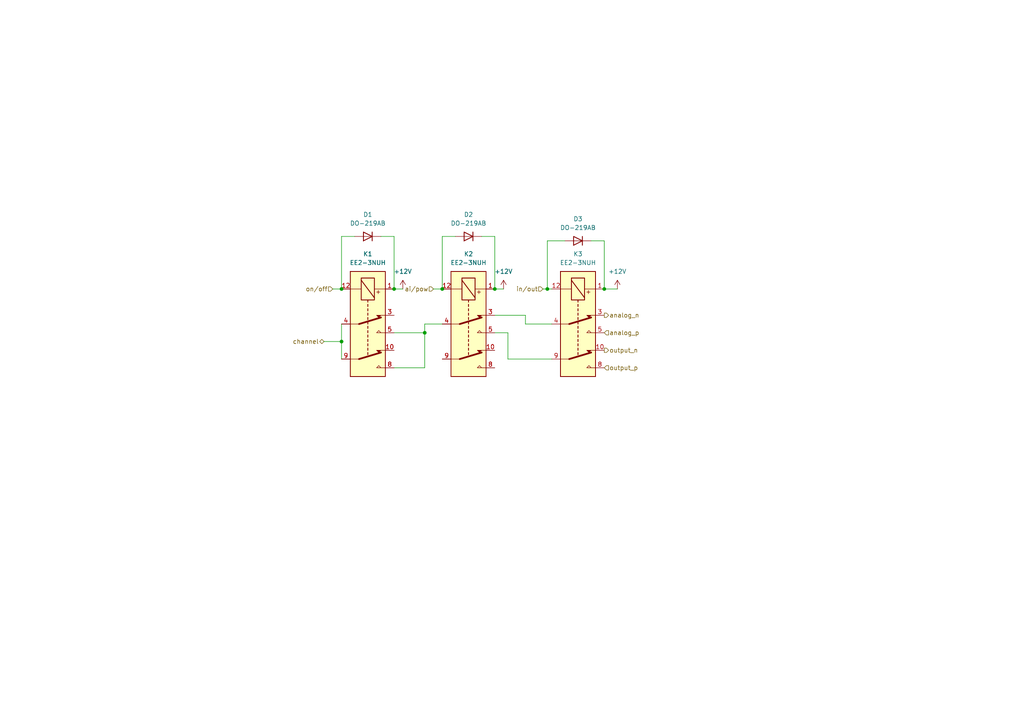
<source format=kicad_sch>
(kicad_sch (version 20211123) (generator eeschema)
  (paper "A4")
  (lib_symbols
    (symbol "Diode:SM4005" (pin_numbers hide) (pin_names (offset 1.016) hide)
      (property "Reference" "D" (at 0 2.54 0))
      (property "Value" "SM4005" (at 0 -2.54 0))
      (symbol "SM4005_0_1"
        (polyline (pts (xy -1.27 1.27) (xy -1.27 -1.27)) (stroke (width 0.254)))
        (polyline (pts (xy 1.27 0) (xy -1.27 0)))
        (polyline (pts (xy 1.27 1.27) (xy 1.27 -1.27) (xy -1.27 0) (xy 1.27 1.27)) (stroke (width 0.254)))
      )
      (symbol "SM4005_1_1"
        (pin passive line (at -3.81 0 0) (length 2.54) (name "K") (number "1"))
        (pin passive line (at 3.81 0 180) (length 2.54) (name "A") (number "2"))
      )
    )
    (symbol "Relay:EE2-3NU"
      (property "Reference" "K" (at 15.24 8.89 0))
      (property "Value" "EE2-3NU" (at 19.05 6.35 0))
      (symbol "EE2-3NU_1_1"
        (rectangle (start -15.24 5.08) (end 15.24 -5.08) (stroke (width 0.254)) (fill (type background)))
        (rectangle (start -13.335 1.905) (end -6.985 -1.905) (stroke (width 0.254)))
        (polyline (pts (xy -12.7 -1.905) (xy -7.62 1.905)) (stroke (width 0.254)))
        (polyline (pts (xy -10.16 -5.08) (xy -10.16 -1.905)))
        (polyline (pts (xy -10.16 5.08) (xy -10.16 1.905)))
        (polyline (pts (xy -6.985 0) (xy -6.35 0)) (stroke (width 0.254)))
        (polyline (pts (xy -5.715 0) (xy -5.08 0)) (stroke (width 0.254)))
        (polyline (pts (xy -4.445 0) (xy -3.81 0)) (stroke (width 0.254)))
        (polyline (pts (xy -3.175 0) (xy -2.54 0)) (stroke (width 0.254)))
        (polyline (pts (xy -1.905 0) (xy -1.27 0)) (stroke (width 0.254)))
        (polyline (pts (xy -0.635 0) (xy 0 0)) (stroke (width 0.254)))
        (polyline (pts (xy 0 -2.54) (xy -1.905 3.81)) (stroke (width 0.508)))
        (polyline (pts (xy 0 -2.54) (xy 0 -5.08)))
        (polyline (pts (xy 0.635 0) (xy 1.27 0)) (stroke (width 0.254)))
        (polyline (pts (xy 1.905 0) (xy 2.54 0)) (stroke (width 0.254)))
        (polyline (pts (xy 3.175 0) (xy 3.81 0)) (stroke (width 0.254)))
        (polyline (pts (xy 4.445 0) (xy 5.08 0)) (stroke (width 0.254)))
        (polyline (pts (xy 5.715 0) (xy 6.35 0)) (stroke (width 0.254)))
        (polyline (pts (xy 6.985 0) (xy 7.62 0)) (stroke (width 0.254)))
        (polyline (pts (xy 8.255 0) (xy 8.89 0)) (stroke (width 0.254)))
        (polyline (pts (xy 10.16 -2.54) (xy 8.255 3.81)) (stroke (width 0.508)))
        (polyline (pts (xy 10.16 -2.54) (xy 10.16 -5.08)))
        (polyline (pts (xy -2.54 5.08) (xy -2.54 2.54) (xy -1.905 3.175) (xy -2.54 3.81)) (fill (type outline)))
        (polyline (pts (xy 2.54 5.08) (xy 2.54 2.54) (xy 1.905 3.175) (xy 2.54 3.81)))
        (polyline (pts (xy 7.62 5.08) (xy 7.62 2.54) (xy 8.255 3.175) (xy 7.62 3.81)) (fill (type outline)))
        (polyline (pts (xy 12.7 5.08) (xy 12.7 2.54) (xy 12.065 3.175) (xy 12.7 3.81)))
        (text "+" (at -9.271 2.921 0) (effects (font (size 1.27 1.27))))
        (pin passive line (at -10.16 7.62 270) (length 2.54) (name "~") (number "1"))
        (pin passive line (at 7.62 7.62 270) (length 2.54) (name "~") (number "10"))
        (pin passive line (at -10.16 -7.62 90) (length 2.54) (name "~") (number "12"))
        (pin passive line (at -2.54 7.62 270) (length 2.54) (name "~") (number "3"))
        (pin passive line (at 0 -7.62 90) (length 2.54) (name "~") (number "4"))
        (pin passive line (at 2.54 7.62 270) (length 2.54) (name "~") (number "5"))
        (pin passive line (at 12.7 7.62 270) (length 2.54) (name "~") (number "8"))
        (pin passive line (at 10.16 -7.62 90) (length 2.54) (name "~") (number "9"))
      )
    )
    (symbol "power:+12V" (power) (pin_names (offset 0))
      (property "Value" "+12V" (at 0 3.556 0))
      (symbol "+12V_0_1"
        (polyline (pts (xy -0.762 1.27) (xy 0 2.54)))
        (polyline (pts (xy 0 0) (xy 0 2.54)))
        (polyline (pts (xy 0 2.54) (xy 0.762 1.27)))
      )
      (symbol "+12V_1_1"
        (pin power_in line (at 0 0 90) (length 0) hide (name "+12V") (number "1"))
      )
    )
  )
  (junction (at 143.51 83.82))
  (junction (at 158.75 83.82))
  (junction (at 99.06 83.82))
  (junction (at 99.06 99.06))
  (junction (at 114.3 83.82))
  (junction (at 128.27 83.82))
  (junction (at 123.19 96.52))
  (junction (at 175.26 83.82))
  (wire (pts (xy 96.52 83.82) (xy 99.06 83.82)))
  (wire (pts (xy 147.32 104.14) (xy 160.02 104.14)))
  (wire (pts (xy 99.06 68.58) (xy 99.06 83.82)))
  (wire (pts (xy 114.3 68.58) (xy 114.3 83.82)))
  (wire (pts (xy 143.51 68.58) (xy 143.51 83.82)))
  (wire (pts (xy 179.07 83.82) (xy 175.26 83.82)))
  (wire (pts (xy 158.75 69.85) (xy 158.75 83.82)))
  (wire (pts (xy 132.08 68.58) (xy 128.27 68.58)))
  (wire (pts (xy 147.32 96.52) (xy 147.32 104.14)))
  (wire (pts (xy 128.27 68.58) (xy 128.27 83.82)))
  (wire (pts (xy 152.4 91.44) (xy 143.51 91.44)))
  (wire (pts (xy 143.51 96.52) (xy 147.32 96.52)))
  (wire (pts (xy 99.06 93.98) (xy 99.06 99.06)))
  (wire (pts (xy 99.06 99.06) (xy 99.06 104.14)))
  (wire (pts (xy 93.98 99.06) (xy 99.06 99.06)))
  (wire (pts (xy 146.05 83.82) (xy 143.51 83.82)))
  (wire (pts (xy 102.87 68.58) (xy 99.06 68.58)))
  (wire (pts (xy 125.73 83.82) (xy 128.27 83.82)))
  (wire (pts (xy 157.48 83.82) (xy 158.75 83.82)))
  (wire (pts (xy 160.02 93.98) (xy 152.4 93.98)))
  (wire (pts (xy 158.75 83.82) (xy 160.02 83.82)))
  (wire (pts (xy 123.19 93.98) (xy 128.27 93.98)))
  (wire (pts (xy 139.7 68.58) (xy 143.51 68.58)))
  (wire (pts (xy 110.49 68.58) (xy 114.3 68.58)))
  (wire (pts (xy 175.26 69.85) (xy 175.26 83.82)))
  (wire (pts (xy 171.45 69.85) (xy 175.26 69.85)))
  (wire (pts (xy 116.84 83.82) (xy 114.3 83.82)))
  (wire (pts (xy 163.83 69.85) (xy 158.75 69.85)))
  (wire (pts (xy 123.19 106.68) (xy 123.19 96.52)))
  (wire (pts (xy 152.4 93.98) (xy 152.4 91.44)))
  (wire (pts (xy 114.3 106.68) (xy 123.19 106.68)))
  (wire (pts (xy 114.3 96.52) (xy 123.19 96.52)))
  (wire (pts (xy 123.19 96.52) (xy 123.19 93.98)))
  (hierarchical_label "on{slash}off" (shape input) (at 96.52 83.82 180))
  (hierarchical_label "ai{slash}pow" (shape input) (at 125.73 83.82 180))
  (hierarchical_label "output_n" (shape output) (at 175.26 101.6 0))
  (hierarchical_label "analog_n" (shape output) (at 175.26 91.44 0))
  (hierarchical_label "output_p" (shape input) (at 175.26 106.68 0))
  (hierarchical_label "analog_p" (shape input) (at 175.26 96.52 0))
  (hierarchical_label "in{slash}out" (shape input) (at 157.48 83.82 180))
  (hierarchical_label "channel" (shape bidirectional) (at 93.98 99.06 180))
  (symbol (lib_id "power:+12V") (at 179.07 83.82 0) (unit 1)
    (property "Reference" "#PWR0126" (effects hide))
    (property "Value" "+12V" (at 179.07 78.74 0))
  )
  (symbol (lib_id "Diode:SM4005") (at 167.64 69.85 180) (unit 1)
    (property "Reference" "D3" (at 167.64 63.5 0))
    (property "Value" "DO-219AB" (at 167.64 66.04 0))
    (property "Footprint" "Diode_SMD:D_SMF" (effects hide))
    (property "Datasheet" "https://www.vishay.com/docs/85942/sl04.pdf" (effects hide))
  )
  (symbol (lib_id "Relay:EE2-3NU") (at 135.89 93.98 270) (unit 1)
    (property "Reference" "K2" (at 135.89 73.66 90))
    (property "Value" "EE2-3NUH" (at 135.89 76.2 90))
    (property "Footprint" "Relay_SMD:Relay_DPDT_Kemet_EE2_NUH" (effects hide))
    (property "Datasheet" "https://content.kemet.com/datasheets/KEM_R7002_EC2_EE2.pdf" (effects hide))
  )
  (symbol (lib_id "Relay:EE2-3NU") (at 167.64 93.98 270) (unit 1)
    (property "Reference" "K3" (at 167.64 73.66 90))
    (property "Value" "EE2-3NUH" (at 167.64 76.2 90))
    (property "Footprint" "Relay_SMD:Relay_DPDT_Kemet_EE2_NUH" (effects hide))
    (property "Datasheet" "https://content.kemet.com/datasheets/KEM_R7002_EC2_EE2.pdf" (effects hide))
  )
  (symbol (lib_id "Diode:SM4005") (at 106.68 68.58 180) (unit 1)
    (property "Reference" "D1" (at 106.68 62.23 0))
    (property "Value" "DO-219AB" (at 106.68 64.77 0))
    (property "Footprint" "Diode_SMD:D_SMF" (effects hide))
    (property "Datasheet" "https://www.vishay.com/docs/85942/sl04.pdf" (effects hide))
  )
  (symbol (lib_id "Relay:EE2-3NU") (at 106.68 93.98 270) (unit 1)
    (property "Reference" "K1" (at 106.68 73.66 90))
    (property "Value" "EE2-3NUH" (at 106.68 76.2 90))
    (property "Footprint" "Relay_SMD:Relay_2P2T_10x6mm_TE_IMxxG" (effects hide))
    (property "Datasheet" "https://content.kemet.com/datasheets/KEM_R7002_EC2_EE2.pdf" (effects hide))
  )
  (symbol (lib_id "power:+12V") (at 146.05 83.82 0) (unit 1)
    (property "Reference" "#PWR0125" (effects hide))
    (property "Value" "+12V" (at 146.05 78.74 0))
  )
  (symbol (lib_id "Diode:SM4005") (at 135.89 68.58 180) (unit 1)
    (property "Reference" "D2" (at 135.89 62.23 0))
    (property "Value" "DO-219AB" (at 135.89 64.77 0))
    (property "Footprint" "Diode_SMD:D_SMF" (effects hide))
    (property "Datasheet" "https://www.vishay.com/docs/85942/sl04.pdf" (effects hide))
  )
  (symbol (lib_id "power:+12V") (at 116.84 83.82 0) (unit 1)
    (property "Reference" "#PWR0124" (effects hide))
    (property "Value" "+12V" (at 116.84 78.74 0))
  )
)
</source>
